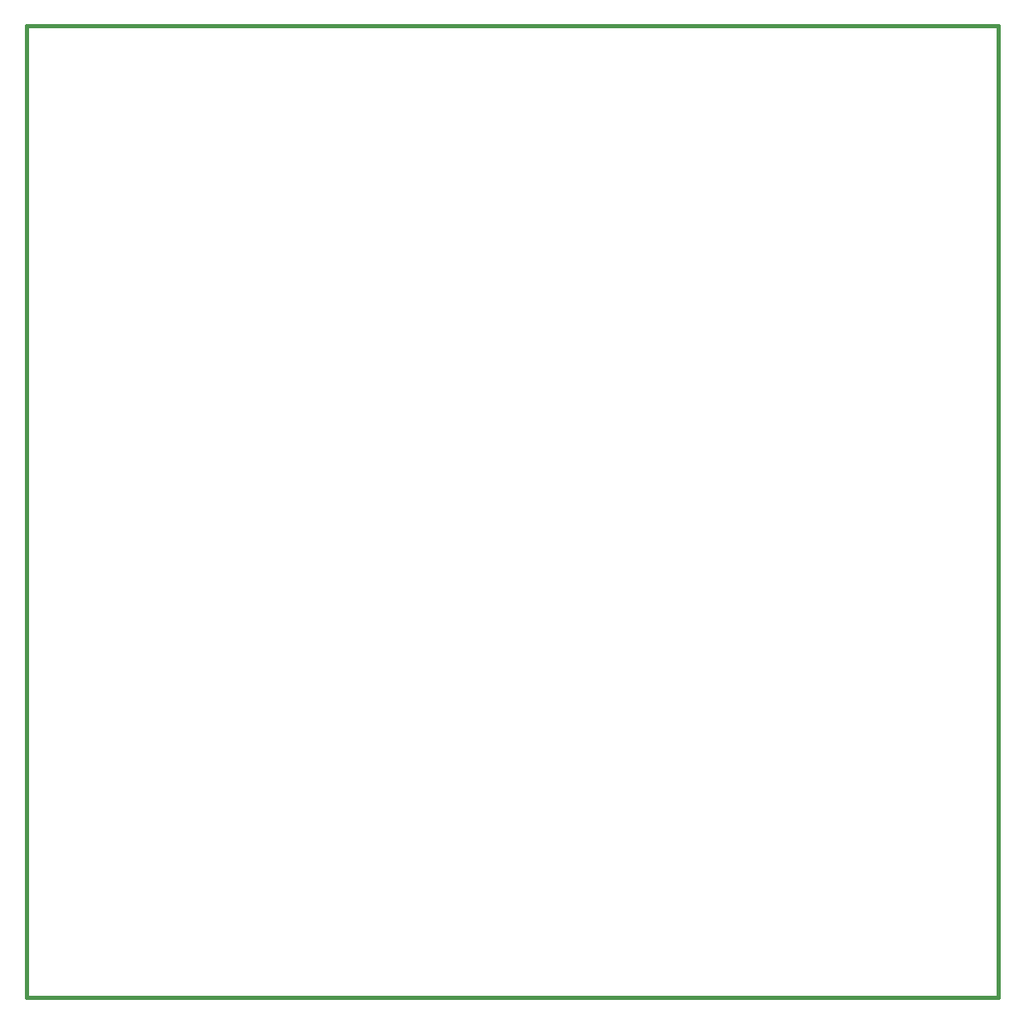
<source format=gbr>
%FSLAX34Y34*%
G04 Gerber Fmt 3.4, Leading zero omitted, Abs format*
G04 (created by PCBNEW (2013-12-09 BZR 4542)-product) date Wed 22 Jan 2014 23:18:31 CST*
%MOIN*%
G01*
G70*
G90*
G04 APERTURE LIST*
%ADD10C,0.005906*%
%ADD11C,0.015000*%
G04 APERTURE END LIST*
G54D10*
G54D11*
X49000Y-10000D02*
X10000Y-10000D01*
X49000Y-49000D02*
X49000Y-10000D01*
X10000Y-49000D02*
X49000Y-49000D01*
X10000Y-10000D02*
X10000Y-49000D01*
M02*

</source>
